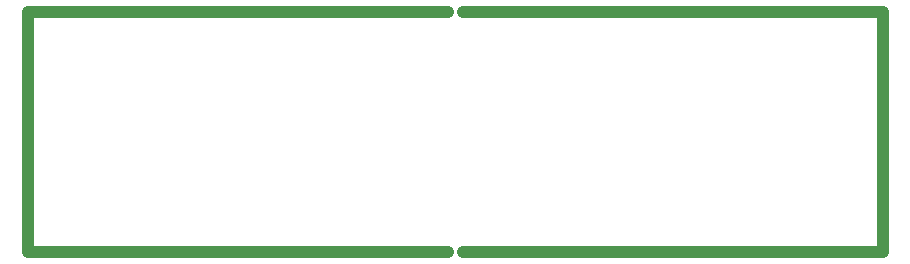
<source format=gm1>
G04 #@! TF.FileFunction,Profile,NP*
%FSLAX46Y46*%
G04 Gerber Fmt 4.6, Leading zero omitted, Abs format (unit mm)*
G04 Created by KiCad (PCBNEW no-vcs-found-product) date Wed 28 Oct 2015 12:10:27 PM EDT*
%MOMM*%
G01*
G04 APERTURE LIST*
%ADD10C,0.150000*%
%ADD11C,1.000000*%
G04 APERTURE END LIST*
D10*
D11*
X-34290000Y10160000D02*
X1270000Y10160000D01*
X-34290000Y-10160000D02*
X-34290000Y10160000D01*
X1270000Y-10160000D02*
X-34290000Y-10160000D01*
X38100000Y-10160000D02*
X2540000Y-10160000D01*
X38100000Y10160000D02*
X38100000Y-10160000D01*
X2540000Y10160000D02*
X38100000Y10160000D01*
M02*

</source>
